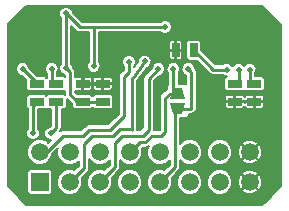
<source format=gbl>
G04 (created by PCBNEW (2013-07-07 BZR 4022)-stable) date 11/27/2013 8:36:12*
%MOIN*%
G04 Gerber Fmt 3.4, Leading zero omitted, Abs format*
%FSLAX34Y34*%
G01*
G70*
G90*
G04 APERTURE LIST*
%ADD10C,0.00590551*%
%ADD11R,0.045X0.025*%
%ADD12R,0.0590551X0.0590551*%
%ADD13C,0.0590551*%
%ADD14R,0.025X0.045*%
%ADD15C,0.02*%
%ADD16C,0.01*%
%ADD17C,0.005*%
G04 APERTURE END LIST*
G54D10*
G54D11*
X57400Y-34475D03*
X57400Y-35075D03*
X58050Y-35075D03*
X58050Y-34475D03*
X58925Y-34475D03*
X58925Y-35075D03*
X59600Y-34475D03*
X59600Y-35075D03*
X64000Y-35075D03*
X64000Y-34475D03*
X64650Y-35075D03*
X64650Y-34475D03*
G54D10*
G36*
X61952Y-35496D02*
X61853Y-35103D01*
X62346Y-35103D01*
X62247Y-35496D01*
X61952Y-35496D01*
X61952Y-35496D01*
G37*
G36*
X61853Y-34996D02*
X61952Y-34603D01*
X62247Y-34603D01*
X62346Y-34996D01*
X61853Y-34996D01*
X61853Y-34996D01*
G37*
G54D12*
X57500Y-37750D03*
G54D13*
X57500Y-36750D03*
X58500Y-37750D03*
X58500Y-36750D03*
X59500Y-37750D03*
X59500Y-36750D03*
X60500Y-37750D03*
X60500Y-36750D03*
X61500Y-37750D03*
X61500Y-36750D03*
X62500Y-37750D03*
X62500Y-36750D03*
X63500Y-37750D03*
X63500Y-36750D03*
X64500Y-37750D03*
X64500Y-36750D03*
G54D14*
X62025Y-33350D03*
X62625Y-33350D03*
G54D15*
X59300Y-33875D03*
X61675Y-32575D03*
X58375Y-32125D03*
X58375Y-33950D03*
X61950Y-33975D03*
X62450Y-33975D03*
X58850Y-33825D03*
X57275Y-36125D03*
X56925Y-33975D03*
X57900Y-33975D03*
X57875Y-36125D03*
X63725Y-34000D03*
X64125Y-34000D03*
X64500Y-34000D03*
X61450Y-33975D03*
X60475Y-33750D03*
X61000Y-33725D03*
G54D16*
X59275Y-32575D02*
X61675Y-32575D01*
X59300Y-33875D02*
X59300Y-32600D01*
X59300Y-32600D02*
X59275Y-32575D01*
X58375Y-33950D02*
X58375Y-32125D01*
X58375Y-33950D02*
X58500Y-34075D01*
X58500Y-34075D02*
X58500Y-34825D01*
X58500Y-34825D02*
X58750Y-35075D01*
X58750Y-35075D02*
X58925Y-35075D01*
X59600Y-35075D02*
X58925Y-35075D01*
X59275Y-32575D02*
X58825Y-32575D01*
X58825Y-32575D02*
X58375Y-32125D01*
X61950Y-33975D02*
X61950Y-34650D01*
X62100Y-34800D02*
X61950Y-34650D01*
X60500Y-36750D02*
X60825Y-36425D01*
X61825Y-34800D02*
X62100Y-34800D01*
X61675Y-34950D02*
X61825Y-34800D01*
X61675Y-36075D02*
X61675Y-34950D01*
X61550Y-36200D02*
X61675Y-36075D01*
X61225Y-36200D02*
X61550Y-36200D01*
X61000Y-36425D02*
X61225Y-36200D01*
X60825Y-36425D02*
X61000Y-36425D01*
X62550Y-34075D02*
X62450Y-33975D01*
X62550Y-35300D02*
X62100Y-35300D01*
X62550Y-35300D02*
X62550Y-34075D01*
X62000Y-35400D02*
X62000Y-37250D01*
X62000Y-35400D02*
X62100Y-35300D01*
X61500Y-37750D02*
X62000Y-37250D01*
X58850Y-33825D02*
X58925Y-33900D01*
X58925Y-33900D02*
X58925Y-34475D01*
X58925Y-34475D02*
X59600Y-34475D01*
X58850Y-33825D02*
X58825Y-33850D01*
X57275Y-35200D02*
X57275Y-36125D01*
X57275Y-35200D02*
X57400Y-35075D01*
X57400Y-34475D02*
X57400Y-34450D01*
X57400Y-34450D02*
X56925Y-33975D01*
X57900Y-34325D02*
X57900Y-33975D01*
X57900Y-34325D02*
X58050Y-34475D01*
X57875Y-36125D02*
X58050Y-35950D01*
X58050Y-35075D02*
X58050Y-35950D01*
X63275Y-34000D02*
X62625Y-33350D01*
X63725Y-34000D02*
X63275Y-34000D01*
X64125Y-34350D02*
X64000Y-34475D01*
X64125Y-34000D02*
X64125Y-34350D01*
X64500Y-34000D02*
X64500Y-34325D01*
X64500Y-34325D02*
X64650Y-34475D01*
X61125Y-34300D02*
X61125Y-36000D01*
X60000Y-37250D02*
X60000Y-36450D01*
X60000Y-36450D02*
X60250Y-36200D01*
X60250Y-36200D02*
X60925Y-36200D01*
X60925Y-36200D02*
X61125Y-36000D01*
X60000Y-37250D02*
X59500Y-37750D01*
X61450Y-33975D02*
X61125Y-34300D01*
X60475Y-34075D02*
X60475Y-33750D01*
X57725Y-36750D02*
X57500Y-36750D01*
X60300Y-35550D02*
X60300Y-34250D01*
X59850Y-36000D02*
X60300Y-35550D01*
X59150Y-36000D02*
X59850Y-36000D01*
X58950Y-36200D02*
X59150Y-36000D01*
X58275Y-36200D02*
X58950Y-36200D01*
X57725Y-36750D02*
X58275Y-36200D01*
X60300Y-34250D02*
X60475Y-34075D01*
X60575Y-34325D02*
X60575Y-35999D01*
X60575Y-35975D02*
X60575Y-35999D01*
X61000Y-33725D02*
X60575Y-34325D01*
X58500Y-37750D02*
X58975Y-37275D01*
X60175Y-35975D02*
X60575Y-35975D01*
X60575Y-35975D02*
X60575Y-35975D01*
X59925Y-36225D02*
X60175Y-35975D01*
X59225Y-36225D02*
X59925Y-36225D01*
X58975Y-36475D02*
X59225Y-36225D01*
X58975Y-37275D02*
X58975Y-36475D01*
G54D10*
G36*
X65541Y-37894D02*
X65000Y-38436D01*
X65000Y-34575D01*
X65000Y-34325D01*
X64981Y-34279D01*
X64945Y-34244D01*
X64899Y-34225D01*
X64850Y-34224D01*
X64675Y-34224D01*
X64675Y-34143D01*
X64690Y-34127D01*
X64724Y-34044D01*
X64725Y-33955D01*
X64690Y-33872D01*
X64627Y-33809D01*
X64544Y-33775D01*
X64455Y-33774D01*
X64372Y-33809D01*
X64312Y-33869D01*
X64252Y-33809D01*
X64169Y-33775D01*
X64080Y-33774D01*
X63997Y-33809D01*
X63934Y-33872D01*
X63925Y-33894D01*
X63915Y-33872D01*
X63852Y-33809D01*
X63769Y-33775D01*
X63680Y-33774D01*
X63597Y-33809D01*
X63581Y-33825D01*
X63347Y-33825D01*
X62875Y-33352D01*
X62875Y-33100D01*
X62856Y-33054D01*
X62820Y-33019D01*
X62774Y-33000D01*
X62725Y-32999D01*
X62475Y-32999D01*
X62429Y-33018D01*
X62394Y-33054D01*
X62375Y-33100D01*
X62374Y-33149D01*
X62374Y-33599D01*
X62393Y-33645D01*
X62429Y-33680D01*
X62475Y-33699D01*
X62524Y-33700D01*
X62727Y-33700D01*
X63151Y-34123D01*
X63208Y-34161D01*
X63275Y-34175D01*
X63581Y-34175D01*
X63597Y-34190D01*
X63680Y-34224D01*
X63750Y-34225D01*
X63704Y-34243D01*
X63669Y-34279D01*
X63650Y-34325D01*
X63649Y-34374D01*
X63649Y-34624D01*
X63668Y-34670D01*
X63704Y-34705D01*
X63750Y-34724D01*
X63799Y-34725D01*
X64249Y-34725D01*
X64295Y-34706D01*
X64325Y-34676D01*
X64354Y-34705D01*
X64400Y-34724D01*
X64449Y-34725D01*
X64899Y-34725D01*
X64945Y-34706D01*
X64980Y-34670D01*
X64999Y-34624D01*
X65000Y-34575D01*
X65000Y-38436D01*
X64978Y-38457D01*
X64978Y-35220D01*
X64978Y-34929D01*
X64962Y-34891D01*
X64933Y-34862D01*
X64895Y-34846D01*
X64854Y-34846D01*
X64690Y-34846D01*
X64664Y-34872D01*
X64664Y-35060D01*
X64952Y-35060D01*
X64978Y-35034D01*
X64978Y-34929D01*
X64978Y-35220D01*
X64978Y-35115D01*
X64952Y-35089D01*
X64664Y-35089D01*
X64664Y-35277D01*
X64690Y-35303D01*
X64854Y-35303D01*
X64895Y-35303D01*
X64933Y-35287D01*
X64962Y-35258D01*
X64978Y-35220D01*
X64978Y-38457D01*
X64919Y-38516D01*
X64899Y-38516D01*
X64899Y-37672D01*
X64899Y-36672D01*
X64839Y-36525D01*
X64837Y-36522D01*
X64779Y-36491D01*
X64758Y-36511D01*
X64758Y-36470D01*
X64727Y-36412D01*
X64635Y-36374D01*
X64635Y-35277D01*
X64635Y-35089D01*
X64635Y-35060D01*
X64635Y-34872D01*
X64609Y-34846D01*
X64445Y-34846D01*
X64404Y-34846D01*
X64366Y-34862D01*
X64337Y-34891D01*
X64325Y-34920D01*
X64312Y-34891D01*
X64283Y-34862D01*
X64245Y-34846D01*
X64204Y-34846D01*
X64040Y-34846D01*
X64014Y-34872D01*
X64014Y-35060D01*
X64302Y-35060D01*
X64325Y-35038D01*
X64347Y-35060D01*
X64635Y-35060D01*
X64635Y-35089D01*
X64347Y-35089D01*
X64325Y-35111D01*
X64302Y-35089D01*
X64014Y-35089D01*
X64014Y-35277D01*
X64040Y-35303D01*
X64204Y-35303D01*
X64245Y-35303D01*
X64283Y-35287D01*
X64312Y-35258D01*
X64325Y-35229D01*
X64337Y-35258D01*
X64366Y-35287D01*
X64404Y-35303D01*
X64445Y-35303D01*
X64609Y-35303D01*
X64635Y-35277D01*
X64635Y-36374D01*
X64580Y-36351D01*
X64422Y-36350D01*
X64275Y-36410D01*
X64272Y-36412D01*
X64241Y-36470D01*
X64500Y-36729D01*
X64758Y-36470D01*
X64758Y-36511D01*
X64520Y-36750D01*
X64779Y-37008D01*
X64837Y-36977D01*
X64898Y-36830D01*
X64899Y-36672D01*
X64899Y-37672D01*
X64839Y-37525D01*
X64837Y-37522D01*
X64779Y-37491D01*
X64758Y-37511D01*
X64758Y-37470D01*
X64758Y-37029D01*
X64500Y-36770D01*
X64479Y-36790D01*
X64479Y-36750D01*
X64220Y-36491D01*
X64162Y-36522D01*
X64101Y-36669D01*
X64100Y-36827D01*
X64160Y-36974D01*
X64162Y-36977D01*
X64220Y-37008D01*
X64479Y-36750D01*
X64479Y-36790D01*
X64241Y-37029D01*
X64272Y-37087D01*
X64419Y-37148D01*
X64577Y-37149D01*
X64724Y-37089D01*
X64727Y-37087D01*
X64758Y-37029D01*
X64758Y-37470D01*
X64727Y-37412D01*
X64580Y-37351D01*
X64422Y-37350D01*
X64275Y-37410D01*
X64272Y-37412D01*
X64241Y-37470D01*
X64500Y-37729D01*
X64758Y-37470D01*
X64758Y-37511D01*
X64520Y-37750D01*
X64779Y-38008D01*
X64837Y-37977D01*
X64898Y-37830D01*
X64899Y-37672D01*
X64899Y-38516D01*
X64758Y-38516D01*
X64758Y-38029D01*
X64500Y-37770D01*
X64479Y-37790D01*
X64479Y-37750D01*
X64220Y-37491D01*
X64162Y-37522D01*
X64101Y-37669D01*
X64100Y-37827D01*
X64160Y-37974D01*
X64162Y-37977D01*
X64220Y-38008D01*
X64479Y-37750D01*
X64479Y-37790D01*
X64241Y-38029D01*
X64272Y-38087D01*
X64419Y-38148D01*
X64577Y-38149D01*
X64724Y-38089D01*
X64727Y-38087D01*
X64758Y-38029D01*
X64758Y-38516D01*
X63985Y-38516D01*
X63985Y-35277D01*
X63985Y-35089D01*
X63985Y-35060D01*
X63985Y-34872D01*
X63959Y-34846D01*
X63795Y-34846D01*
X63754Y-34846D01*
X63716Y-34862D01*
X63687Y-34891D01*
X63671Y-34929D01*
X63671Y-35034D01*
X63697Y-35060D01*
X63985Y-35060D01*
X63985Y-35089D01*
X63697Y-35089D01*
X63671Y-35115D01*
X63671Y-35220D01*
X63687Y-35258D01*
X63716Y-35287D01*
X63754Y-35303D01*
X63795Y-35303D01*
X63959Y-35303D01*
X63985Y-35277D01*
X63985Y-38516D01*
X63920Y-38516D01*
X63920Y-37666D01*
X63920Y-36666D01*
X63856Y-36512D01*
X63738Y-36393D01*
X63583Y-36329D01*
X63416Y-36329D01*
X63262Y-36393D01*
X63143Y-36511D01*
X63079Y-36666D01*
X63079Y-36833D01*
X63143Y-36987D01*
X63261Y-37106D01*
X63416Y-37170D01*
X63583Y-37170D01*
X63737Y-37106D01*
X63856Y-36988D01*
X63920Y-36833D01*
X63920Y-36666D01*
X63920Y-37666D01*
X63856Y-37512D01*
X63738Y-37393D01*
X63583Y-37329D01*
X63416Y-37329D01*
X63262Y-37393D01*
X63143Y-37511D01*
X63079Y-37666D01*
X63079Y-37833D01*
X63143Y-37987D01*
X63261Y-38106D01*
X63416Y-38170D01*
X63583Y-38170D01*
X63737Y-38106D01*
X63856Y-37988D01*
X63920Y-37833D01*
X63920Y-37666D01*
X63920Y-38516D01*
X62920Y-38516D01*
X62920Y-37666D01*
X62920Y-36666D01*
X62856Y-36512D01*
X62738Y-36393D01*
X62583Y-36329D01*
X62416Y-36329D01*
X62262Y-36393D01*
X62175Y-36480D01*
X62175Y-35621D01*
X62370Y-35621D01*
X62416Y-35602D01*
X62451Y-35567D01*
X62471Y-35521D01*
X62471Y-35475D01*
X62550Y-35475D01*
X62616Y-35461D01*
X62673Y-35423D01*
X62711Y-35366D01*
X62725Y-35300D01*
X62725Y-34075D01*
X62711Y-34008D01*
X62711Y-34008D01*
X62675Y-33953D01*
X62675Y-33930D01*
X62640Y-33847D01*
X62577Y-33784D01*
X62494Y-33750D01*
X62405Y-33749D01*
X62322Y-33784D01*
X62259Y-33847D01*
X62253Y-33860D01*
X62253Y-33554D01*
X62253Y-33145D01*
X62253Y-33104D01*
X62237Y-33066D01*
X62208Y-33037D01*
X62170Y-33021D01*
X62065Y-33021D01*
X62039Y-33047D01*
X62039Y-33335D01*
X62227Y-33335D01*
X62253Y-33309D01*
X62253Y-33145D01*
X62253Y-33554D01*
X62253Y-33390D01*
X62227Y-33364D01*
X62039Y-33364D01*
X62039Y-33652D01*
X62065Y-33678D01*
X62170Y-33678D01*
X62208Y-33662D01*
X62237Y-33633D01*
X62253Y-33595D01*
X62253Y-33554D01*
X62253Y-33860D01*
X62225Y-33930D01*
X62224Y-34019D01*
X62259Y-34102D01*
X62322Y-34165D01*
X62375Y-34187D01*
X62375Y-34479D01*
X62371Y-34478D01*
X62321Y-34478D01*
X62125Y-34478D01*
X62125Y-34118D01*
X62140Y-34102D01*
X62174Y-34019D01*
X62175Y-33930D01*
X62140Y-33847D01*
X62077Y-33784D01*
X62010Y-33756D01*
X62010Y-33652D01*
X62010Y-33364D01*
X62010Y-33335D01*
X62010Y-33047D01*
X61984Y-33021D01*
X61879Y-33021D01*
X61841Y-33037D01*
X61812Y-33066D01*
X61796Y-33104D01*
X61796Y-33145D01*
X61796Y-33309D01*
X61822Y-33335D01*
X62010Y-33335D01*
X62010Y-33364D01*
X61822Y-33364D01*
X61796Y-33390D01*
X61796Y-33554D01*
X61796Y-33595D01*
X61812Y-33633D01*
X61841Y-33662D01*
X61879Y-33678D01*
X61984Y-33678D01*
X62010Y-33652D01*
X62010Y-33756D01*
X61994Y-33750D01*
X61905Y-33749D01*
X61822Y-33784D01*
X61759Y-33847D01*
X61725Y-33930D01*
X61724Y-34019D01*
X61759Y-34102D01*
X61775Y-34118D01*
X61775Y-34505D01*
X61748Y-34532D01*
X61728Y-34578D01*
X61728Y-34627D01*
X61728Y-34657D01*
X61701Y-34676D01*
X61551Y-34826D01*
X61513Y-34883D01*
X61500Y-34950D01*
X61500Y-36002D01*
X61477Y-36025D01*
X61295Y-36025D01*
X61300Y-36000D01*
X61300Y-34372D01*
X61472Y-34200D01*
X61494Y-34200D01*
X61577Y-34165D01*
X61640Y-34102D01*
X61674Y-34019D01*
X61675Y-33930D01*
X61640Y-33847D01*
X61577Y-33784D01*
X61494Y-33750D01*
X61405Y-33749D01*
X61322Y-33784D01*
X61259Y-33847D01*
X61225Y-33930D01*
X61225Y-33952D01*
X61001Y-34176D01*
X60963Y-34233D01*
X60950Y-34300D01*
X60950Y-35927D01*
X60852Y-36025D01*
X60745Y-36025D01*
X60750Y-35999D01*
X60750Y-35975D01*
X60750Y-34380D01*
X61059Y-33943D01*
X61127Y-33915D01*
X61190Y-33852D01*
X61224Y-33769D01*
X61225Y-33680D01*
X61190Y-33597D01*
X61127Y-33534D01*
X61044Y-33500D01*
X60955Y-33499D01*
X60872Y-33534D01*
X60809Y-33597D01*
X60775Y-33680D01*
X60774Y-33739D01*
X60650Y-33916D01*
X60650Y-33893D01*
X60665Y-33877D01*
X60699Y-33794D01*
X60700Y-33705D01*
X60665Y-33622D01*
X60602Y-33559D01*
X60519Y-33525D01*
X60430Y-33524D01*
X60347Y-33559D01*
X60284Y-33622D01*
X60250Y-33705D01*
X60249Y-33794D01*
X60284Y-33877D01*
X60300Y-33893D01*
X60300Y-34002D01*
X60176Y-34126D01*
X60138Y-34183D01*
X60125Y-34250D01*
X60125Y-35477D01*
X59777Y-35825D01*
X59150Y-35825D01*
X59083Y-35838D01*
X59026Y-35876D01*
X58877Y-36025D01*
X58275Y-36025D01*
X58208Y-36038D01*
X58188Y-36051D01*
X58211Y-36016D01*
X58224Y-35950D01*
X58225Y-35950D01*
X58225Y-35325D01*
X58299Y-35325D01*
X58345Y-35306D01*
X58380Y-35270D01*
X58399Y-35224D01*
X58400Y-35175D01*
X58400Y-34972D01*
X58574Y-35147D01*
X58574Y-35224D01*
X58593Y-35270D01*
X58629Y-35305D01*
X58675Y-35324D01*
X58724Y-35325D01*
X59174Y-35325D01*
X59220Y-35306D01*
X59255Y-35270D01*
X59262Y-35255D01*
X59268Y-35270D01*
X59304Y-35305D01*
X59350Y-35324D01*
X59399Y-35325D01*
X59849Y-35325D01*
X59895Y-35306D01*
X59930Y-35270D01*
X59949Y-35224D01*
X59950Y-35175D01*
X59950Y-34925D01*
X59931Y-34879D01*
X59928Y-34877D01*
X59928Y-34620D01*
X59928Y-34329D01*
X59912Y-34291D01*
X59883Y-34262D01*
X59845Y-34246D01*
X59804Y-34246D01*
X59640Y-34246D01*
X59614Y-34272D01*
X59614Y-34460D01*
X59902Y-34460D01*
X59928Y-34434D01*
X59928Y-34329D01*
X59928Y-34620D01*
X59928Y-34515D01*
X59902Y-34489D01*
X59614Y-34489D01*
X59614Y-34677D01*
X59640Y-34703D01*
X59804Y-34703D01*
X59845Y-34703D01*
X59883Y-34687D01*
X59912Y-34658D01*
X59928Y-34620D01*
X59928Y-34877D01*
X59895Y-34844D01*
X59849Y-34825D01*
X59800Y-34824D01*
X59585Y-34824D01*
X59585Y-34677D01*
X59585Y-34489D01*
X59585Y-34460D01*
X59585Y-34272D01*
X59559Y-34246D01*
X59395Y-34246D01*
X59354Y-34246D01*
X59316Y-34262D01*
X59287Y-34291D01*
X59271Y-34329D01*
X59271Y-34434D01*
X59297Y-34460D01*
X59585Y-34460D01*
X59585Y-34489D01*
X59297Y-34489D01*
X59271Y-34515D01*
X59271Y-34620D01*
X59287Y-34658D01*
X59316Y-34687D01*
X59354Y-34703D01*
X59395Y-34703D01*
X59559Y-34703D01*
X59585Y-34677D01*
X59585Y-34824D01*
X59350Y-34824D01*
X59304Y-34843D01*
X59269Y-34879D01*
X59262Y-34894D01*
X59256Y-34879D01*
X59253Y-34877D01*
X59253Y-34620D01*
X59253Y-34329D01*
X59237Y-34291D01*
X59208Y-34262D01*
X59170Y-34246D01*
X59129Y-34246D01*
X58965Y-34246D01*
X58939Y-34272D01*
X58939Y-34460D01*
X59227Y-34460D01*
X59253Y-34434D01*
X59253Y-34329D01*
X59253Y-34620D01*
X59253Y-34515D01*
X59227Y-34489D01*
X58939Y-34489D01*
X58939Y-34677D01*
X58965Y-34703D01*
X59129Y-34703D01*
X59170Y-34703D01*
X59208Y-34687D01*
X59237Y-34658D01*
X59253Y-34620D01*
X59253Y-34877D01*
X59220Y-34844D01*
X59174Y-34825D01*
X59125Y-34824D01*
X58747Y-34824D01*
X58675Y-34752D01*
X58675Y-34701D01*
X58679Y-34703D01*
X58720Y-34703D01*
X58884Y-34703D01*
X58910Y-34677D01*
X58910Y-34489D01*
X58902Y-34489D01*
X58902Y-34460D01*
X58910Y-34460D01*
X58910Y-34272D01*
X58884Y-34246D01*
X58720Y-34246D01*
X58679Y-34246D01*
X58675Y-34248D01*
X58675Y-34075D01*
X58674Y-34074D01*
X58661Y-34008D01*
X58623Y-33951D01*
X58623Y-33951D01*
X58600Y-33927D01*
X58600Y-33905D01*
X58565Y-33822D01*
X58550Y-33806D01*
X58550Y-32547D01*
X58701Y-32698D01*
X58758Y-32736D01*
X58758Y-32736D01*
X58825Y-32750D01*
X59125Y-32750D01*
X59125Y-33731D01*
X59109Y-33747D01*
X59075Y-33830D01*
X59074Y-33919D01*
X59109Y-34002D01*
X59172Y-34065D01*
X59255Y-34099D01*
X59344Y-34100D01*
X59427Y-34065D01*
X59490Y-34002D01*
X59524Y-33919D01*
X59525Y-33830D01*
X59490Y-33747D01*
X59475Y-33731D01*
X59475Y-32750D01*
X61531Y-32750D01*
X61547Y-32765D01*
X61630Y-32799D01*
X61719Y-32800D01*
X61802Y-32765D01*
X61865Y-32702D01*
X61899Y-32619D01*
X61900Y-32530D01*
X61865Y-32447D01*
X61802Y-32384D01*
X61719Y-32350D01*
X61630Y-32349D01*
X61547Y-32384D01*
X61531Y-32400D01*
X59275Y-32400D01*
X58897Y-32400D01*
X58600Y-32102D01*
X58600Y-32080D01*
X58565Y-31997D01*
X58502Y-31934D01*
X58419Y-31900D01*
X58330Y-31899D01*
X58247Y-31934D01*
X58184Y-31997D01*
X58150Y-32080D01*
X58149Y-32169D01*
X58184Y-32252D01*
X58200Y-32268D01*
X58200Y-33806D01*
X58184Y-33822D01*
X58150Y-33905D01*
X58149Y-33994D01*
X58184Y-34077D01*
X58247Y-34140D01*
X58325Y-34172D01*
X58325Y-34235D01*
X58299Y-34225D01*
X58250Y-34224D01*
X58075Y-34224D01*
X58075Y-34118D01*
X58090Y-34102D01*
X58124Y-34019D01*
X58125Y-33930D01*
X58090Y-33847D01*
X58027Y-33784D01*
X57944Y-33750D01*
X57855Y-33749D01*
X57772Y-33784D01*
X57709Y-33847D01*
X57675Y-33930D01*
X57674Y-34019D01*
X57709Y-34102D01*
X57725Y-34118D01*
X57725Y-34273D01*
X57724Y-34273D01*
X57695Y-34244D01*
X57649Y-34225D01*
X57600Y-34224D01*
X57422Y-34224D01*
X57150Y-33952D01*
X57150Y-33930D01*
X57115Y-33847D01*
X57052Y-33784D01*
X56969Y-33750D01*
X56880Y-33749D01*
X56797Y-33784D01*
X56734Y-33847D01*
X56700Y-33930D01*
X56699Y-34019D01*
X56734Y-34102D01*
X56797Y-34165D01*
X56880Y-34199D01*
X56902Y-34199D01*
X57050Y-34347D01*
X57049Y-34374D01*
X57049Y-34624D01*
X57068Y-34670D01*
X57104Y-34705D01*
X57150Y-34724D01*
X57199Y-34725D01*
X57649Y-34725D01*
X57695Y-34706D01*
X57725Y-34676D01*
X57754Y-34705D01*
X57800Y-34724D01*
X57849Y-34725D01*
X58299Y-34725D01*
X58325Y-34714D01*
X58325Y-34825D01*
X58327Y-34836D01*
X58299Y-34825D01*
X58250Y-34824D01*
X57800Y-34824D01*
X57754Y-34843D01*
X57724Y-34873D01*
X57695Y-34844D01*
X57649Y-34825D01*
X57600Y-34824D01*
X57150Y-34824D01*
X57104Y-34843D01*
X57069Y-34879D01*
X57050Y-34925D01*
X57049Y-34974D01*
X57049Y-35224D01*
X57068Y-35270D01*
X57100Y-35301D01*
X57100Y-35981D01*
X57084Y-35997D01*
X57050Y-36080D01*
X57049Y-36169D01*
X57084Y-36252D01*
X57147Y-36315D01*
X57230Y-36349D01*
X57319Y-36350D01*
X57402Y-36315D01*
X57465Y-36252D01*
X57499Y-36169D01*
X57500Y-36080D01*
X57465Y-35997D01*
X57450Y-35981D01*
X57450Y-35325D01*
X57649Y-35325D01*
X57695Y-35306D01*
X57725Y-35276D01*
X57754Y-35305D01*
X57800Y-35324D01*
X57849Y-35325D01*
X57875Y-35325D01*
X57875Y-35877D01*
X57852Y-35899D01*
X57830Y-35899D01*
X57747Y-35934D01*
X57684Y-35997D01*
X57650Y-36080D01*
X57649Y-36169D01*
X57684Y-36252D01*
X57747Y-36315D01*
X57830Y-36349D01*
X57877Y-36350D01*
X57785Y-36441D01*
X57738Y-36393D01*
X57583Y-36329D01*
X57416Y-36329D01*
X57262Y-36393D01*
X57143Y-36511D01*
X57079Y-36666D01*
X57079Y-36833D01*
X57143Y-36987D01*
X57261Y-37106D01*
X57416Y-37170D01*
X57583Y-37170D01*
X57737Y-37106D01*
X57856Y-36988D01*
X57920Y-36833D01*
X57920Y-36802D01*
X58096Y-36626D01*
X58079Y-36666D01*
X58079Y-36833D01*
X58143Y-36987D01*
X58261Y-37106D01*
X58416Y-37170D01*
X58583Y-37170D01*
X58737Y-37106D01*
X58800Y-37044D01*
X58800Y-37202D01*
X58646Y-37355D01*
X58583Y-37329D01*
X58416Y-37329D01*
X58262Y-37393D01*
X58143Y-37511D01*
X58079Y-37666D01*
X58079Y-37833D01*
X58143Y-37987D01*
X58261Y-38106D01*
X58416Y-38170D01*
X58583Y-38170D01*
X58737Y-38106D01*
X58856Y-37988D01*
X58920Y-37833D01*
X58920Y-37666D01*
X58894Y-37603D01*
X59098Y-37398D01*
X59098Y-37398D01*
X59098Y-37398D01*
X59136Y-37341D01*
X59150Y-37275D01*
X59150Y-36994D01*
X59261Y-37106D01*
X59416Y-37170D01*
X59583Y-37170D01*
X59737Y-37106D01*
X59825Y-37019D01*
X59825Y-37177D01*
X59646Y-37355D01*
X59583Y-37329D01*
X59416Y-37329D01*
X59262Y-37393D01*
X59143Y-37511D01*
X59079Y-37666D01*
X59079Y-37833D01*
X59143Y-37987D01*
X59261Y-38106D01*
X59416Y-38170D01*
X59583Y-38170D01*
X59737Y-38106D01*
X59856Y-37988D01*
X59920Y-37833D01*
X59920Y-37666D01*
X59894Y-37603D01*
X60123Y-37373D01*
X60161Y-37316D01*
X60161Y-37316D01*
X60175Y-37250D01*
X60175Y-37019D01*
X60261Y-37106D01*
X60416Y-37170D01*
X60583Y-37170D01*
X60737Y-37106D01*
X60856Y-36988D01*
X60920Y-36833D01*
X60920Y-36666D01*
X60894Y-36603D01*
X60897Y-36600D01*
X61000Y-36600D01*
X61066Y-36586D01*
X61066Y-36586D01*
X61123Y-36548D01*
X61131Y-36540D01*
X61079Y-36666D01*
X61079Y-36833D01*
X61143Y-36987D01*
X61261Y-37106D01*
X61416Y-37170D01*
X61583Y-37170D01*
X61737Y-37106D01*
X61825Y-37019D01*
X61825Y-37177D01*
X61646Y-37355D01*
X61583Y-37329D01*
X61416Y-37329D01*
X61262Y-37393D01*
X61143Y-37511D01*
X61079Y-37666D01*
X61079Y-37833D01*
X61143Y-37987D01*
X61261Y-38106D01*
X61416Y-38170D01*
X61583Y-38170D01*
X61737Y-38106D01*
X61856Y-37988D01*
X61920Y-37833D01*
X61920Y-37666D01*
X61894Y-37603D01*
X62123Y-37373D01*
X62161Y-37316D01*
X62161Y-37316D01*
X62175Y-37250D01*
X62175Y-37019D01*
X62261Y-37106D01*
X62416Y-37170D01*
X62583Y-37170D01*
X62737Y-37106D01*
X62856Y-36988D01*
X62920Y-36833D01*
X62920Y-36666D01*
X62920Y-37666D01*
X62856Y-37512D01*
X62738Y-37393D01*
X62583Y-37329D01*
X62416Y-37329D01*
X62262Y-37393D01*
X62143Y-37511D01*
X62079Y-37666D01*
X62079Y-37833D01*
X62143Y-37987D01*
X62261Y-38106D01*
X62416Y-38170D01*
X62583Y-38170D01*
X62737Y-38106D01*
X62856Y-37988D01*
X62920Y-37833D01*
X62920Y-37666D01*
X62920Y-38516D01*
X60920Y-38516D01*
X60920Y-37666D01*
X60856Y-37512D01*
X60738Y-37393D01*
X60583Y-37329D01*
X60416Y-37329D01*
X60262Y-37393D01*
X60143Y-37511D01*
X60079Y-37666D01*
X60079Y-37833D01*
X60143Y-37987D01*
X60261Y-38106D01*
X60416Y-38170D01*
X60583Y-38170D01*
X60737Y-38106D01*
X60856Y-37988D01*
X60920Y-37833D01*
X60920Y-37666D01*
X60920Y-38516D01*
X57920Y-38516D01*
X57920Y-38020D01*
X57920Y-37429D01*
X57901Y-37384D01*
X57866Y-37348D01*
X57820Y-37329D01*
X57770Y-37329D01*
X57179Y-37329D01*
X57134Y-37348D01*
X57098Y-37383D01*
X57079Y-37429D01*
X57079Y-37479D01*
X57079Y-38070D01*
X57098Y-38115D01*
X57133Y-38151D01*
X57179Y-38170D01*
X57229Y-38170D01*
X57820Y-38170D01*
X57865Y-38151D01*
X57901Y-38116D01*
X57920Y-38070D01*
X57920Y-38020D01*
X57920Y-38516D01*
X57055Y-38516D01*
X56433Y-37894D01*
X56433Y-32480D01*
X57030Y-31883D01*
X64919Y-31883D01*
X65541Y-32505D01*
X65541Y-37894D01*
X65541Y-37894D01*
G37*
G54D17*
X65541Y-37894D02*
X65000Y-38436D01*
X65000Y-34575D01*
X65000Y-34325D01*
X64981Y-34279D01*
X64945Y-34244D01*
X64899Y-34225D01*
X64850Y-34224D01*
X64675Y-34224D01*
X64675Y-34143D01*
X64690Y-34127D01*
X64724Y-34044D01*
X64725Y-33955D01*
X64690Y-33872D01*
X64627Y-33809D01*
X64544Y-33775D01*
X64455Y-33774D01*
X64372Y-33809D01*
X64312Y-33869D01*
X64252Y-33809D01*
X64169Y-33775D01*
X64080Y-33774D01*
X63997Y-33809D01*
X63934Y-33872D01*
X63925Y-33894D01*
X63915Y-33872D01*
X63852Y-33809D01*
X63769Y-33775D01*
X63680Y-33774D01*
X63597Y-33809D01*
X63581Y-33825D01*
X63347Y-33825D01*
X62875Y-33352D01*
X62875Y-33100D01*
X62856Y-33054D01*
X62820Y-33019D01*
X62774Y-33000D01*
X62725Y-32999D01*
X62475Y-32999D01*
X62429Y-33018D01*
X62394Y-33054D01*
X62375Y-33100D01*
X62374Y-33149D01*
X62374Y-33599D01*
X62393Y-33645D01*
X62429Y-33680D01*
X62475Y-33699D01*
X62524Y-33700D01*
X62727Y-33700D01*
X63151Y-34123D01*
X63208Y-34161D01*
X63275Y-34175D01*
X63581Y-34175D01*
X63597Y-34190D01*
X63680Y-34224D01*
X63750Y-34225D01*
X63704Y-34243D01*
X63669Y-34279D01*
X63650Y-34325D01*
X63649Y-34374D01*
X63649Y-34624D01*
X63668Y-34670D01*
X63704Y-34705D01*
X63750Y-34724D01*
X63799Y-34725D01*
X64249Y-34725D01*
X64295Y-34706D01*
X64325Y-34676D01*
X64354Y-34705D01*
X64400Y-34724D01*
X64449Y-34725D01*
X64899Y-34725D01*
X64945Y-34706D01*
X64980Y-34670D01*
X64999Y-34624D01*
X65000Y-34575D01*
X65000Y-38436D01*
X64978Y-38457D01*
X64978Y-35220D01*
X64978Y-34929D01*
X64962Y-34891D01*
X64933Y-34862D01*
X64895Y-34846D01*
X64854Y-34846D01*
X64690Y-34846D01*
X64664Y-34872D01*
X64664Y-35060D01*
X64952Y-35060D01*
X64978Y-35034D01*
X64978Y-34929D01*
X64978Y-35220D01*
X64978Y-35115D01*
X64952Y-35089D01*
X64664Y-35089D01*
X64664Y-35277D01*
X64690Y-35303D01*
X64854Y-35303D01*
X64895Y-35303D01*
X64933Y-35287D01*
X64962Y-35258D01*
X64978Y-35220D01*
X64978Y-38457D01*
X64919Y-38516D01*
X64899Y-38516D01*
X64899Y-37672D01*
X64899Y-36672D01*
X64839Y-36525D01*
X64837Y-36522D01*
X64779Y-36491D01*
X64758Y-36511D01*
X64758Y-36470D01*
X64727Y-36412D01*
X64635Y-36374D01*
X64635Y-35277D01*
X64635Y-35089D01*
X64635Y-35060D01*
X64635Y-34872D01*
X64609Y-34846D01*
X64445Y-34846D01*
X64404Y-34846D01*
X64366Y-34862D01*
X64337Y-34891D01*
X64325Y-34920D01*
X64312Y-34891D01*
X64283Y-34862D01*
X64245Y-34846D01*
X64204Y-34846D01*
X64040Y-34846D01*
X64014Y-34872D01*
X64014Y-35060D01*
X64302Y-35060D01*
X64325Y-35038D01*
X64347Y-35060D01*
X64635Y-35060D01*
X64635Y-35089D01*
X64347Y-35089D01*
X64325Y-35111D01*
X64302Y-35089D01*
X64014Y-35089D01*
X64014Y-35277D01*
X64040Y-35303D01*
X64204Y-35303D01*
X64245Y-35303D01*
X64283Y-35287D01*
X64312Y-35258D01*
X64325Y-35229D01*
X64337Y-35258D01*
X64366Y-35287D01*
X64404Y-35303D01*
X64445Y-35303D01*
X64609Y-35303D01*
X64635Y-35277D01*
X64635Y-36374D01*
X64580Y-36351D01*
X64422Y-36350D01*
X64275Y-36410D01*
X64272Y-36412D01*
X64241Y-36470D01*
X64500Y-36729D01*
X64758Y-36470D01*
X64758Y-36511D01*
X64520Y-36750D01*
X64779Y-37008D01*
X64837Y-36977D01*
X64898Y-36830D01*
X64899Y-36672D01*
X64899Y-37672D01*
X64839Y-37525D01*
X64837Y-37522D01*
X64779Y-37491D01*
X64758Y-37511D01*
X64758Y-37470D01*
X64758Y-37029D01*
X64500Y-36770D01*
X64479Y-36790D01*
X64479Y-36750D01*
X64220Y-36491D01*
X64162Y-36522D01*
X64101Y-36669D01*
X64100Y-36827D01*
X64160Y-36974D01*
X64162Y-36977D01*
X64220Y-37008D01*
X64479Y-36750D01*
X64479Y-36790D01*
X64241Y-37029D01*
X64272Y-37087D01*
X64419Y-37148D01*
X64577Y-37149D01*
X64724Y-37089D01*
X64727Y-37087D01*
X64758Y-37029D01*
X64758Y-37470D01*
X64727Y-37412D01*
X64580Y-37351D01*
X64422Y-37350D01*
X64275Y-37410D01*
X64272Y-37412D01*
X64241Y-37470D01*
X64500Y-37729D01*
X64758Y-37470D01*
X64758Y-37511D01*
X64520Y-37750D01*
X64779Y-38008D01*
X64837Y-37977D01*
X64898Y-37830D01*
X64899Y-37672D01*
X64899Y-38516D01*
X64758Y-38516D01*
X64758Y-38029D01*
X64500Y-37770D01*
X64479Y-37790D01*
X64479Y-37750D01*
X64220Y-37491D01*
X64162Y-37522D01*
X64101Y-37669D01*
X64100Y-37827D01*
X64160Y-37974D01*
X64162Y-37977D01*
X64220Y-38008D01*
X64479Y-37750D01*
X64479Y-37790D01*
X64241Y-38029D01*
X64272Y-38087D01*
X64419Y-38148D01*
X64577Y-38149D01*
X64724Y-38089D01*
X64727Y-38087D01*
X64758Y-38029D01*
X64758Y-38516D01*
X63985Y-38516D01*
X63985Y-35277D01*
X63985Y-35089D01*
X63985Y-35060D01*
X63985Y-34872D01*
X63959Y-34846D01*
X63795Y-34846D01*
X63754Y-34846D01*
X63716Y-34862D01*
X63687Y-34891D01*
X63671Y-34929D01*
X63671Y-35034D01*
X63697Y-35060D01*
X63985Y-35060D01*
X63985Y-35089D01*
X63697Y-35089D01*
X63671Y-35115D01*
X63671Y-35220D01*
X63687Y-35258D01*
X63716Y-35287D01*
X63754Y-35303D01*
X63795Y-35303D01*
X63959Y-35303D01*
X63985Y-35277D01*
X63985Y-38516D01*
X63920Y-38516D01*
X63920Y-37666D01*
X63920Y-36666D01*
X63856Y-36512D01*
X63738Y-36393D01*
X63583Y-36329D01*
X63416Y-36329D01*
X63262Y-36393D01*
X63143Y-36511D01*
X63079Y-36666D01*
X63079Y-36833D01*
X63143Y-36987D01*
X63261Y-37106D01*
X63416Y-37170D01*
X63583Y-37170D01*
X63737Y-37106D01*
X63856Y-36988D01*
X63920Y-36833D01*
X63920Y-36666D01*
X63920Y-37666D01*
X63856Y-37512D01*
X63738Y-37393D01*
X63583Y-37329D01*
X63416Y-37329D01*
X63262Y-37393D01*
X63143Y-37511D01*
X63079Y-37666D01*
X63079Y-37833D01*
X63143Y-37987D01*
X63261Y-38106D01*
X63416Y-38170D01*
X63583Y-38170D01*
X63737Y-38106D01*
X63856Y-37988D01*
X63920Y-37833D01*
X63920Y-37666D01*
X63920Y-38516D01*
X62920Y-38516D01*
X62920Y-37666D01*
X62920Y-36666D01*
X62856Y-36512D01*
X62738Y-36393D01*
X62583Y-36329D01*
X62416Y-36329D01*
X62262Y-36393D01*
X62175Y-36480D01*
X62175Y-35621D01*
X62370Y-35621D01*
X62416Y-35602D01*
X62451Y-35567D01*
X62471Y-35521D01*
X62471Y-35475D01*
X62550Y-35475D01*
X62616Y-35461D01*
X62673Y-35423D01*
X62711Y-35366D01*
X62725Y-35300D01*
X62725Y-34075D01*
X62711Y-34008D01*
X62711Y-34008D01*
X62675Y-33953D01*
X62675Y-33930D01*
X62640Y-33847D01*
X62577Y-33784D01*
X62494Y-33750D01*
X62405Y-33749D01*
X62322Y-33784D01*
X62259Y-33847D01*
X62253Y-33860D01*
X62253Y-33554D01*
X62253Y-33145D01*
X62253Y-33104D01*
X62237Y-33066D01*
X62208Y-33037D01*
X62170Y-33021D01*
X62065Y-33021D01*
X62039Y-33047D01*
X62039Y-33335D01*
X62227Y-33335D01*
X62253Y-33309D01*
X62253Y-33145D01*
X62253Y-33554D01*
X62253Y-33390D01*
X62227Y-33364D01*
X62039Y-33364D01*
X62039Y-33652D01*
X62065Y-33678D01*
X62170Y-33678D01*
X62208Y-33662D01*
X62237Y-33633D01*
X62253Y-33595D01*
X62253Y-33554D01*
X62253Y-33860D01*
X62225Y-33930D01*
X62224Y-34019D01*
X62259Y-34102D01*
X62322Y-34165D01*
X62375Y-34187D01*
X62375Y-34479D01*
X62371Y-34478D01*
X62321Y-34478D01*
X62125Y-34478D01*
X62125Y-34118D01*
X62140Y-34102D01*
X62174Y-34019D01*
X62175Y-33930D01*
X62140Y-33847D01*
X62077Y-33784D01*
X62010Y-33756D01*
X62010Y-33652D01*
X62010Y-33364D01*
X62010Y-33335D01*
X62010Y-33047D01*
X61984Y-33021D01*
X61879Y-33021D01*
X61841Y-33037D01*
X61812Y-33066D01*
X61796Y-33104D01*
X61796Y-33145D01*
X61796Y-33309D01*
X61822Y-33335D01*
X62010Y-33335D01*
X62010Y-33364D01*
X61822Y-33364D01*
X61796Y-33390D01*
X61796Y-33554D01*
X61796Y-33595D01*
X61812Y-33633D01*
X61841Y-33662D01*
X61879Y-33678D01*
X61984Y-33678D01*
X62010Y-33652D01*
X62010Y-33756D01*
X61994Y-33750D01*
X61905Y-33749D01*
X61822Y-33784D01*
X61759Y-33847D01*
X61725Y-33930D01*
X61724Y-34019D01*
X61759Y-34102D01*
X61775Y-34118D01*
X61775Y-34505D01*
X61748Y-34532D01*
X61728Y-34578D01*
X61728Y-34627D01*
X61728Y-34657D01*
X61701Y-34676D01*
X61551Y-34826D01*
X61513Y-34883D01*
X61500Y-34950D01*
X61500Y-36002D01*
X61477Y-36025D01*
X61295Y-36025D01*
X61300Y-36000D01*
X61300Y-34372D01*
X61472Y-34200D01*
X61494Y-34200D01*
X61577Y-34165D01*
X61640Y-34102D01*
X61674Y-34019D01*
X61675Y-33930D01*
X61640Y-33847D01*
X61577Y-33784D01*
X61494Y-33750D01*
X61405Y-33749D01*
X61322Y-33784D01*
X61259Y-33847D01*
X61225Y-33930D01*
X61225Y-33952D01*
X61001Y-34176D01*
X60963Y-34233D01*
X60950Y-34300D01*
X60950Y-35927D01*
X60852Y-36025D01*
X60745Y-36025D01*
X60750Y-35999D01*
X60750Y-35975D01*
X60750Y-34380D01*
X61059Y-33943D01*
X61127Y-33915D01*
X61190Y-33852D01*
X61224Y-33769D01*
X61225Y-33680D01*
X61190Y-33597D01*
X61127Y-33534D01*
X61044Y-33500D01*
X60955Y-33499D01*
X60872Y-33534D01*
X60809Y-33597D01*
X60775Y-33680D01*
X60774Y-33739D01*
X60650Y-33916D01*
X60650Y-33893D01*
X60665Y-33877D01*
X60699Y-33794D01*
X60700Y-33705D01*
X60665Y-33622D01*
X60602Y-33559D01*
X60519Y-33525D01*
X60430Y-33524D01*
X60347Y-33559D01*
X60284Y-33622D01*
X60250Y-33705D01*
X60249Y-33794D01*
X60284Y-33877D01*
X60300Y-33893D01*
X60300Y-34002D01*
X60176Y-34126D01*
X60138Y-34183D01*
X60125Y-34250D01*
X60125Y-35477D01*
X59777Y-35825D01*
X59150Y-35825D01*
X59083Y-35838D01*
X59026Y-35876D01*
X58877Y-36025D01*
X58275Y-36025D01*
X58208Y-36038D01*
X58188Y-36051D01*
X58211Y-36016D01*
X58224Y-35950D01*
X58225Y-35950D01*
X58225Y-35325D01*
X58299Y-35325D01*
X58345Y-35306D01*
X58380Y-35270D01*
X58399Y-35224D01*
X58400Y-35175D01*
X58400Y-34972D01*
X58574Y-35147D01*
X58574Y-35224D01*
X58593Y-35270D01*
X58629Y-35305D01*
X58675Y-35324D01*
X58724Y-35325D01*
X59174Y-35325D01*
X59220Y-35306D01*
X59255Y-35270D01*
X59262Y-35255D01*
X59268Y-35270D01*
X59304Y-35305D01*
X59350Y-35324D01*
X59399Y-35325D01*
X59849Y-35325D01*
X59895Y-35306D01*
X59930Y-35270D01*
X59949Y-35224D01*
X59950Y-35175D01*
X59950Y-34925D01*
X59931Y-34879D01*
X59928Y-34877D01*
X59928Y-34620D01*
X59928Y-34329D01*
X59912Y-34291D01*
X59883Y-34262D01*
X59845Y-34246D01*
X59804Y-34246D01*
X59640Y-34246D01*
X59614Y-34272D01*
X59614Y-34460D01*
X59902Y-34460D01*
X59928Y-34434D01*
X59928Y-34329D01*
X59928Y-34620D01*
X59928Y-34515D01*
X59902Y-34489D01*
X59614Y-34489D01*
X59614Y-34677D01*
X59640Y-34703D01*
X59804Y-34703D01*
X59845Y-34703D01*
X59883Y-34687D01*
X59912Y-34658D01*
X59928Y-34620D01*
X59928Y-34877D01*
X59895Y-34844D01*
X59849Y-34825D01*
X59800Y-34824D01*
X59585Y-34824D01*
X59585Y-34677D01*
X59585Y-34489D01*
X59585Y-34460D01*
X59585Y-34272D01*
X59559Y-34246D01*
X59395Y-34246D01*
X59354Y-34246D01*
X59316Y-34262D01*
X59287Y-34291D01*
X59271Y-34329D01*
X59271Y-34434D01*
X59297Y-34460D01*
X59585Y-34460D01*
X59585Y-34489D01*
X59297Y-34489D01*
X59271Y-34515D01*
X59271Y-34620D01*
X59287Y-34658D01*
X59316Y-34687D01*
X59354Y-34703D01*
X59395Y-34703D01*
X59559Y-34703D01*
X59585Y-34677D01*
X59585Y-34824D01*
X59350Y-34824D01*
X59304Y-34843D01*
X59269Y-34879D01*
X59262Y-34894D01*
X59256Y-34879D01*
X59253Y-34877D01*
X59253Y-34620D01*
X59253Y-34329D01*
X59237Y-34291D01*
X59208Y-34262D01*
X59170Y-34246D01*
X59129Y-34246D01*
X58965Y-34246D01*
X58939Y-34272D01*
X58939Y-34460D01*
X59227Y-34460D01*
X59253Y-34434D01*
X59253Y-34329D01*
X59253Y-34620D01*
X59253Y-34515D01*
X59227Y-34489D01*
X58939Y-34489D01*
X58939Y-34677D01*
X58965Y-34703D01*
X59129Y-34703D01*
X59170Y-34703D01*
X59208Y-34687D01*
X59237Y-34658D01*
X59253Y-34620D01*
X59253Y-34877D01*
X59220Y-34844D01*
X59174Y-34825D01*
X59125Y-34824D01*
X58747Y-34824D01*
X58675Y-34752D01*
X58675Y-34701D01*
X58679Y-34703D01*
X58720Y-34703D01*
X58884Y-34703D01*
X58910Y-34677D01*
X58910Y-34489D01*
X58902Y-34489D01*
X58902Y-34460D01*
X58910Y-34460D01*
X58910Y-34272D01*
X58884Y-34246D01*
X58720Y-34246D01*
X58679Y-34246D01*
X58675Y-34248D01*
X58675Y-34075D01*
X58674Y-34074D01*
X58661Y-34008D01*
X58623Y-33951D01*
X58623Y-33951D01*
X58600Y-33927D01*
X58600Y-33905D01*
X58565Y-33822D01*
X58550Y-33806D01*
X58550Y-32547D01*
X58701Y-32698D01*
X58758Y-32736D01*
X58758Y-32736D01*
X58825Y-32750D01*
X59125Y-32750D01*
X59125Y-33731D01*
X59109Y-33747D01*
X59075Y-33830D01*
X59074Y-33919D01*
X59109Y-34002D01*
X59172Y-34065D01*
X59255Y-34099D01*
X59344Y-34100D01*
X59427Y-34065D01*
X59490Y-34002D01*
X59524Y-33919D01*
X59525Y-33830D01*
X59490Y-33747D01*
X59475Y-33731D01*
X59475Y-32750D01*
X61531Y-32750D01*
X61547Y-32765D01*
X61630Y-32799D01*
X61719Y-32800D01*
X61802Y-32765D01*
X61865Y-32702D01*
X61899Y-32619D01*
X61900Y-32530D01*
X61865Y-32447D01*
X61802Y-32384D01*
X61719Y-32350D01*
X61630Y-32349D01*
X61547Y-32384D01*
X61531Y-32400D01*
X59275Y-32400D01*
X58897Y-32400D01*
X58600Y-32102D01*
X58600Y-32080D01*
X58565Y-31997D01*
X58502Y-31934D01*
X58419Y-31900D01*
X58330Y-31899D01*
X58247Y-31934D01*
X58184Y-31997D01*
X58150Y-32080D01*
X58149Y-32169D01*
X58184Y-32252D01*
X58200Y-32268D01*
X58200Y-33806D01*
X58184Y-33822D01*
X58150Y-33905D01*
X58149Y-33994D01*
X58184Y-34077D01*
X58247Y-34140D01*
X58325Y-34172D01*
X58325Y-34235D01*
X58299Y-34225D01*
X58250Y-34224D01*
X58075Y-34224D01*
X58075Y-34118D01*
X58090Y-34102D01*
X58124Y-34019D01*
X58125Y-33930D01*
X58090Y-33847D01*
X58027Y-33784D01*
X57944Y-33750D01*
X57855Y-33749D01*
X57772Y-33784D01*
X57709Y-33847D01*
X57675Y-33930D01*
X57674Y-34019D01*
X57709Y-34102D01*
X57725Y-34118D01*
X57725Y-34273D01*
X57724Y-34273D01*
X57695Y-34244D01*
X57649Y-34225D01*
X57600Y-34224D01*
X57422Y-34224D01*
X57150Y-33952D01*
X57150Y-33930D01*
X57115Y-33847D01*
X57052Y-33784D01*
X56969Y-33750D01*
X56880Y-33749D01*
X56797Y-33784D01*
X56734Y-33847D01*
X56700Y-33930D01*
X56699Y-34019D01*
X56734Y-34102D01*
X56797Y-34165D01*
X56880Y-34199D01*
X56902Y-34199D01*
X57050Y-34347D01*
X57049Y-34374D01*
X57049Y-34624D01*
X57068Y-34670D01*
X57104Y-34705D01*
X57150Y-34724D01*
X57199Y-34725D01*
X57649Y-34725D01*
X57695Y-34706D01*
X57725Y-34676D01*
X57754Y-34705D01*
X57800Y-34724D01*
X57849Y-34725D01*
X58299Y-34725D01*
X58325Y-34714D01*
X58325Y-34825D01*
X58327Y-34836D01*
X58299Y-34825D01*
X58250Y-34824D01*
X57800Y-34824D01*
X57754Y-34843D01*
X57724Y-34873D01*
X57695Y-34844D01*
X57649Y-34825D01*
X57600Y-34824D01*
X57150Y-34824D01*
X57104Y-34843D01*
X57069Y-34879D01*
X57050Y-34925D01*
X57049Y-34974D01*
X57049Y-35224D01*
X57068Y-35270D01*
X57100Y-35301D01*
X57100Y-35981D01*
X57084Y-35997D01*
X57050Y-36080D01*
X57049Y-36169D01*
X57084Y-36252D01*
X57147Y-36315D01*
X57230Y-36349D01*
X57319Y-36350D01*
X57402Y-36315D01*
X57465Y-36252D01*
X57499Y-36169D01*
X57500Y-36080D01*
X57465Y-35997D01*
X57450Y-35981D01*
X57450Y-35325D01*
X57649Y-35325D01*
X57695Y-35306D01*
X57725Y-35276D01*
X57754Y-35305D01*
X57800Y-35324D01*
X57849Y-35325D01*
X57875Y-35325D01*
X57875Y-35877D01*
X57852Y-35899D01*
X57830Y-35899D01*
X57747Y-35934D01*
X57684Y-35997D01*
X57650Y-36080D01*
X57649Y-36169D01*
X57684Y-36252D01*
X57747Y-36315D01*
X57830Y-36349D01*
X57877Y-36350D01*
X57785Y-36441D01*
X57738Y-36393D01*
X57583Y-36329D01*
X57416Y-36329D01*
X57262Y-36393D01*
X57143Y-36511D01*
X57079Y-36666D01*
X57079Y-36833D01*
X57143Y-36987D01*
X57261Y-37106D01*
X57416Y-37170D01*
X57583Y-37170D01*
X57737Y-37106D01*
X57856Y-36988D01*
X57920Y-36833D01*
X57920Y-36802D01*
X58096Y-36626D01*
X58079Y-36666D01*
X58079Y-36833D01*
X58143Y-36987D01*
X58261Y-37106D01*
X58416Y-37170D01*
X58583Y-37170D01*
X58737Y-37106D01*
X58800Y-37044D01*
X58800Y-37202D01*
X58646Y-37355D01*
X58583Y-37329D01*
X58416Y-37329D01*
X58262Y-37393D01*
X58143Y-37511D01*
X58079Y-37666D01*
X58079Y-37833D01*
X58143Y-37987D01*
X58261Y-38106D01*
X58416Y-38170D01*
X58583Y-38170D01*
X58737Y-38106D01*
X58856Y-37988D01*
X58920Y-37833D01*
X58920Y-37666D01*
X58894Y-37603D01*
X59098Y-37398D01*
X59098Y-37398D01*
X59098Y-37398D01*
X59136Y-37341D01*
X59150Y-37275D01*
X59150Y-36994D01*
X59261Y-37106D01*
X59416Y-37170D01*
X59583Y-37170D01*
X59737Y-37106D01*
X59825Y-37019D01*
X59825Y-37177D01*
X59646Y-37355D01*
X59583Y-37329D01*
X59416Y-37329D01*
X59262Y-37393D01*
X59143Y-37511D01*
X59079Y-37666D01*
X59079Y-37833D01*
X59143Y-37987D01*
X59261Y-38106D01*
X59416Y-38170D01*
X59583Y-38170D01*
X59737Y-38106D01*
X59856Y-37988D01*
X59920Y-37833D01*
X59920Y-37666D01*
X59894Y-37603D01*
X60123Y-37373D01*
X60161Y-37316D01*
X60161Y-37316D01*
X60175Y-37250D01*
X60175Y-37019D01*
X60261Y-37106D01*
X60416Y-37170D01*
X60583Y-37170D01*
X60737Y-37106D01*
X60856Y-36988D01*
X60920Y-36833D01*
X60920Y-36666D01*
X60894Y-36603D01*
X60897Y-36600D01*
X61000Y-36600D01*
X61066Y-36586D01*
X61066Y-36586D01*
X61123Y-36548D01*
X61131Y-36540D01*
X61079Y-36666D01*
X61079Y-36833D01*
X61143Y-36987D01*
X61261Y-37106D01*
X61416Y-37170D01*
X61583Y-37170D01*
X61737Y-37106D01*
X61825Y-37019D01*
X61825Y-37177D01*
X61646Y-37355D01*
X61583Y-37329D01*
X61416Y-37329D01*
X61262Y-37393D01*
X61143Y-37511D01*
X61079Y-37666D01*
X61079Y-37833D01*
X61143Y-37987D01*
X61261Y-38106D01*
X61416Y-38170D01*
X61583Y-38170D01*
X61737Y-38106D01*
X61856Y-37988D01*
X61920Y-37833D01*
X61920Y-37666D01*
X61894Y-37603D01*
X62123Y-37373D01*
X62161Y-37316D01*
X62161Y-37316D01*
X62175Y-37250D01*
X62175Y-37019D01*
X62261Y-37106D01*
X62416Y-37170D01*
X62583Y-37170D01*
X62737Y-37106D01*
X62856Y-36988D01*
X62920Y-36833D01*
X62920Y-36666D01*
X62920Y-37666D01*
X62856Y-37512D01*
X62738Y-37393D01*
X62583Y-37329D01*
X62416Y-37329D01*
X62262Y-37393D01*
X62143Y-37511D01*
X62079Y-37666D01*
X62079Y-37833D01*
X62143Y-37987D01*
X62261Y-38106D01*
X62416Y-38170D01*
X62583Y-38170D01*
X62737Y-38106D01*
X62856Y-37988D01*
X62920Y-37833D01*
X62920Y-37666D01*
X62920Y-38516D01*
X60920Y-38516D01*
X60920Y-37666D01*
X60856Y-37512D01*
X60738Y-37393D01*
X60583Y-37329D01*
X60416Y-37329D01*
X60262Y-37393D01*
X60143Y-37511D01*
X60079Y-37666D01*
X60079Y-37833D01*
X60143Y-37987D01*
X60261Y-38106D01*
X60416Y-38170D01*
X60583Y-38170D01*
X60737Y-38106D01*
X60856Y-37988D01*
X60920Y-37833D01*
X60920Y-37666D01*
X60920Y-38516D01*
X57920Y-38516D01*
X57920Y-38020D01*
X57920Y-37429D01*
X57901Y-37384D01*
X57866Y-37348D01*
X57820Y-37329D01*
X57770Y-37329D01*
X57179Y-37329D01*
X57134Y-37348D01*
X57098Y-37383D01*
X57079Y-37429D01*
X57079Y-37479D01*
X57079Y-38070D01*
X57098Y-38115D01*
X57133Y-38151D01*
X57179Y-38170D01*
X57229Y-38170D01*
X57820Y-38170D01*
X57865Y-38151D01*
X57901Y-38116D01*
X57920Y-38070D01*
X57920Y-38020D01*
X57920Y-38516D01*
X57055Y-38516D01*
X56433Y-37894D01*
X56433Y-32480D01*
X57030Y-31883D01*
X64919Y-31883D01*
X65541Y-32505D01*
X65541Y-37894D01*
M02*

</source>
